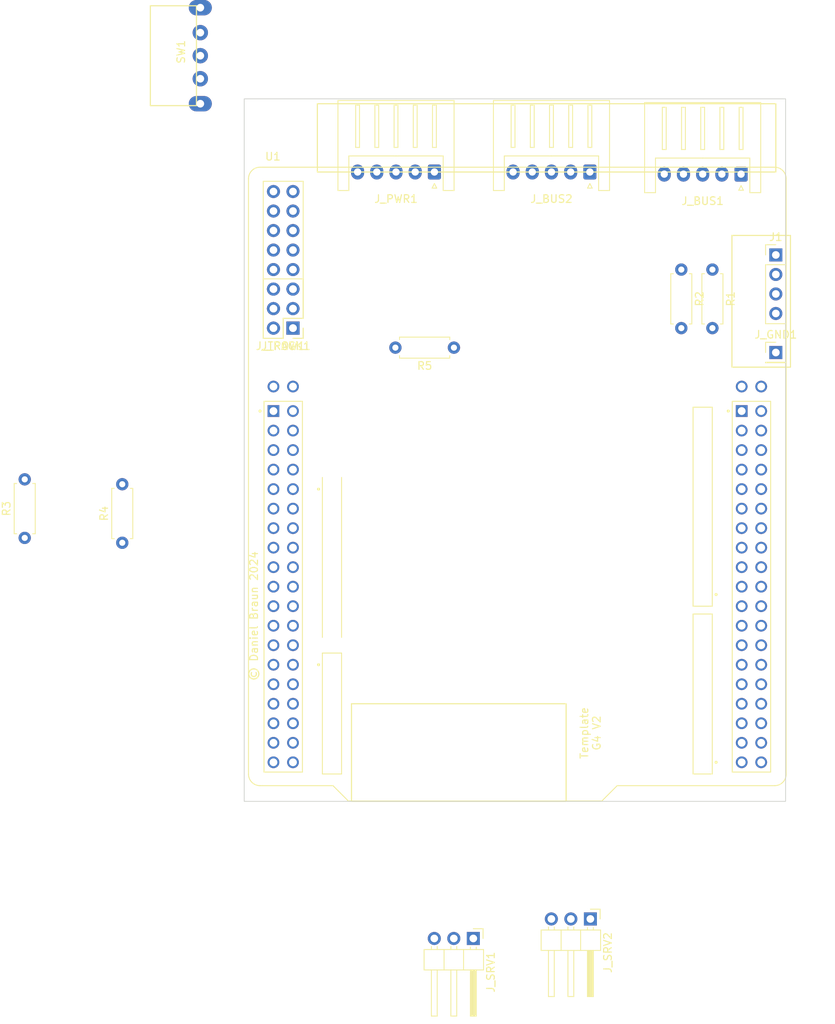
<source format=kicad_pcb>
(kicad_pcb (version 20221018) (generator pcbnew)
  (layers (0 "F.Cu" signal) (31 "B.Cu" signal) (34 "B.Paste" user) (35 "F.Paste" user) (36 "B.SilkS" user "B.Silkscreen") (37 "F.SilkS" user "F.Silkscreen") (38 "B.Mask" user) (39 "F.Mask" user) (44 "Edge.Cuts" user))
  (net 0 "")
  (net 1 "GND")
  (net 2 "5VCPU")
  (net 3 "3V3")
  (net 4 "12V")
  (net 5 "5V")
  (net 8 "I2C3_DTA")
  (net 9 "I2C1_DTA")
  (net 10 "CANH")
  (net 11 "CANL")
  (net 20 "T00A")
  (net 21 "T10A")
  (net 22 "T20A")
  (net 24 "T30A")
  (net 25 "C0A")
  (net 26 "C2A")
  (net 27 "C0B")
  (net 28 "C2B")
  (net 29 "C1A")
  (net 30 "C3A")
  (net 31 "C1B")
  (net 32 "C3B")
  (net 35 "5VCPU_IN")
  (net 36 "SPI3_SCK")
  (net 37 "SPI3_MOSI")
  (net 38 "SWDIO")
  (net 41 "SWDCLK")
  (net 43 "I2C1_SCL")
  (net 45 "I2C1_SDA")
  (net 46 "ADC2_IN1")
  (net 47 "ADC2_IN2")
  (net 52 "PWM_2_1")
  (net 54 "PWM_3_0")
  (net 56 "ADC2_IN8")
  (net 58 "ADC2_IN7")
  (net 59 "PWM_1_1")
  (net 60 "ADC2_IN6")
  (net 61 "I2C3_SDA")
  (net 62 "I2C3_SCL")
  (net 64 "PWM_2_0")
  (net 65 "LD2")
  (net 66 "CAN_TX")
  (net 69 "ADC2_IN3")
  (net 70 "CAN_RX")
  (net 71 "ADC2_IN4")
  (net 72 "TIM2_CH4")
  (net 73 "PWM_0_1")
  (net 77 "EECS")
  (net 78 "PWM_0_0")
  (net 79 "PWM_3_1")
  (net 80 "TIM2_CH3")
  (net 81 "SPI2_MOSI")
  (net 82 "SPI2_MISO")
  (net 84 "SPI2_SCK")
  (net 86 "SWO")
  (net 87 "PWM_1_0")
  (net 89 "ADC2_IN5")
  (net 95 "ASENSE")
  (net 96 "S_VALID")
  (net 97 "S_CLR")
  (net 98 "S_IN")
  (footprint "Connector_JST:JST_XH_S5B-XH-A_1x05_P2.50mm_Horizontal" (layer "F.Cu") (at 156.765 53.615 180)
    (fp_text reference "J_BUS1" (at 5 -3.5) (layer "F.SilkS"))
    (fp_text value "Conn_01x05_Female")
    (fp_line (start -2.56 -2.41) (end -1.14 -2.41) (stroke (width 0.12)) (layer "F.SilkS"))
    (fp_line (start -2.56 9.31) (end -2.56 -2.41) (stroke (width 0.12)) (layer "F.SilkS"))
    (fp_line (start -1.14 -2.41) (end -1.14 2.09) (stroke (width 0.12)) (layer "F.SilkS"))
    (fp_line (start -1.14 2.09) (end 5 2.09) (stroke (width 0.12)) (layer "F.SilkS"))
    (fp_line (start -0.3 -2.1) (end 0.3 -2.1) (stroke (width 0.12)) (layer "F.SilkS"))
    (fp_line (start -0.25 3.2) (end -0.25 8.7) (stroke (width 0.12)) (layer "F.SilkS"))
    (fp_line (start -0.25 8.7) (end 0.25 8.7) (stroke (width 0.12)) (layer "F.SilkS"))
    (fp_line (start 0 -1.5) (end -0.3 -2.1) (stroke (width 0.12)) (layer "F.SilkS"))
    (fp_line (start 0.25 3.2) (end -0.25 3.2) (stroke (width 0.12)) (layer "F.SilkS"))
    (fp_line (start 0.25 8.7) (end 0.25 3.2) (stroke (width 0.12)) (layer "F.SilkS"))
    (fp_line (start 0.3 -2.1) (end 0 -1.5) (stroke (width 0.12)) (layer "F.SilkS"))
    (fp_line (start 2.25 3.2) (end 2.25 8.7) (stroke (width 0.12)) (layer "F.SilkS"))
    (fp_line (start 2.25 8.7) (end 2.75 8.7) (stroke (width 0.12)) (layer "F.SilkS"))
    (fp_line (start 2.75 3.2) (end 2.25 3.2) (stroke (width 0.12)) (layer "F.SilkS"))
    (fp_line (start 2.75 8.7) (end 2.75 3.2) (stroke (width 0.12)) (layer "F.SilkS"))
    (fp_line (start 4.75 3.2) (end 4.75 8.7) (stroke (width 0.12)) (layer "F.SilkS"))
    (fp_line (start 4.75 8.7) (end 5.25 8.7) (stroke (width 0.12)) (layer "F.SilkS"))
    (fp_line (start 5 9.31) (end -2.56 9.31) (stroke (width 0.12)) (layer "F.SilkS"))
    (fp_line (start 5 9.31) (end 12.56 9.31) (stroke (width 0.12)) (layer "F.SilkS"))
    (fp_line (start 5.25 3.2) (end 4.75 3.2) (stroke (width 0.12)) (layer "F.SilkS"))
    (fp_line (start 5.25 8.7) (end 5.25 3.2) (stroke (width 0.12)) (layer "F.SilkS"))
    (fp_line (start 7.25 3.2) (end 7.25 8.7) (stroke (width 0.12)) (layer "F.SilkS"))
    (fp_line (start 7.25 8.7) (end 7.75 8.7) (stroke (width 0.12)) (layer "F.SilkS"))
    (fp_line (start 7.75 3.2) (end 7.25 3.2) (stroke (width 0.12)) (layer "F.SilkS"))
    (fp_line (start 7.75 8.7) (end 7.75 3.2) (stroke (width 0.12)) (layer "F.SilkS"))
    (fp_line (start 9.75 3.2) (end 9.75 8.7) (stroke (width 0.12)) (layer "F.SilkS"))
    (fp_line (start 9.75 8.7) (end 10.25 8.7) (stroke (width 0.12)) (layer "F.SilkS"))
    (fp_line (start 10.25 3.2) (end 9.75 3.2) (stroke (width 0.12)) (layer "F.SilkS"))
    (fp_line (start 10.25 8.7) (end 10.25 3.2) (stroke (width 0.12)) (layer "F.SilkS"))
    (fp_line (start 11.14 -2.41) (end 11.14 2.09) (stroke (width 0.12)) (layer "F.SilkS"))
    (fp_line (start 11.14 2.09) (end 5 2.09) (stroke (width 0.12)) (layer "F.SilkS"))
    (fp_line (start 12.56 -2.41) (end 11.14 -2.41) (stroke (width 0.12)) (layer "F.SilkS"))
    (fp_line (start 12.56 9.31) (end 12.56 -2.41) (stroke (width 0.12)) (layer "F.SilkS"))
    (pad "1" thru_hole roundrect (at 0 0 180) (size 1.7 1.95) (drill 0.95) (layers "*.Cu" "*.Mask") (roundrect_rratio 0.147059) (net 4 "12V"))
    (pad "2" thru_hole oval (at 2.5 0 180) (size 1.7 1.95) (drill 0.95) (layers "*.Cu" "*.Mask") (net 1 "GND"))
    (pad "3" thru_hole oval (at 5 0 180) (size 1.7 1.95) (drill 0.95) (layers "*.Cu" "*.Mask") (net 5 "5V"))
    (pad "4" thru_hole oval (at 7.5 0 180) (size 1.7 1.95) (drill 0.95) (layers "*.Cu" "*.Mask") (net 10 "CANH"))
    (pad "5" thru_hole oval (at 10 0 180) (size 1.7 1.95) (drill 0.95) (layers "*.Cu" "*.Mask") (net 11 "CANL"))
  )
  (footprint "Connector_PinHeader_2.54mm:PinHeader_1x03_P2.54mm_Horizontal" (layer "F.Cu") (at 137.145 150.565 -90)
    (fp_text reference "J_SRV2" (at 4.385 -2.27 90) (layer "F.SilkS"))
    (fp_text value "Conn_01x03_Male")
    (fp_line (start -1.27 -1.27) (end 0 -1.27) (stroke (width 0.12)) (layer "F.SilkS"))
    (fp_line (start -1.27 0) (end -1.27 -1.27) (stroke (width 0.12)) (layer "F.SilkS"))
    (fp_line (start 1.042929 2.16) (end 1.44 2.16) (stroke (width 0.12)) (layer "F.SilkS"))
    (fp_line (start 1.042929 2.92) (end 1.44 2.92) (stroke (width 0.12)) (layer "F.SilkS"))
    (fp_line (start 1.042929 4.7) (end 1.44 4.7) (stroke (width 0.12)) (layer "F.SilkS"))
    (fp_line (start 1.042929 5.46) (end 1.44 5.46) (stroke (width 0.12)) (layer "F.SilkS"))
    (fp_line (start 1.11 -0.38) (end 1.44 -0.38) (stroke (width 0.12)) (layer "F.SilkS"))
    (fp_line (start 1.11 0.38) (end 1.44 0.38) (stroke (width 0.12)) (layer "F.SilkS"))
    (fp_line (start 1.44 -1.33) (end 1.44 6.41) (stroke (width 0.12)) (layer "F.SilkS"))
    (fp_line (start 1.44 1.27) (end 4.1 1.27) (stroke (width 0.12)) (layer "F.SilkS"))
    (fp_line (start 1.44 3.81) (end 4.1 3.81) (stroke (width 0.12)) (layer "F.SilkS"))
    (fp_line (start 1.44 6.41) (end 4.1 6.41) (stroke (width 0.12)) (layer "F.SilkS"))
    (fp_line (start 4.1 -1.33) (end 1.44 -1.33) (stroke (width 0.12)) (layer "F.SilkS"))
    (fp_line (start 4.1 -0.38) (end 10.1 -0.38) (stroke (width 0.12)) (layer "F.SilkS"))
    (fp_line (start 4.1 -0.32) (end 10.1 -0.32) (stroke (width 0.12)) (layer "F.SilkS"))
    (fp_line (start 4.1 -0.2) (end 10.1 -0.2) (stroke (width 0.12)) (layer "F.SilkS"))
    (fp_line (start 4.1 -0.08) (end 10.1 -0.08) (stroke (width 0.12)) (layer "F.SilkS"))
    (fp_line (start 4.1 0.04) (end 10.1 0.04) (stroke (width 0.12)) (layer "F.SilkS"))
    (fp_line (start 4.1 0.16) (end 10.1 0.16) (stroke (width 0.12)) (layer "F.SilkS"))
    (fp_line (start 4.1 0.28) (end 10.1 0.28) (stroke (width 0.12)) (layer "F.SilkS"))
    (fp_line (start 4.1 2.16) (end 10.1 2.16) (stroke (width 0.12)) (layer "F.SilkS"))
    (fp_line (start 4.1 4.7) (end 10.1 4.7) (stroke (width 0.12)) (layer "F.SilkS"))
    (fp_line (start 4.1 6.41) (end 4.1 -1.33) (stroke (width 0.12)) (layer "F.SilkS"))
    (fp_line (start 10.1 -0.38) (end 10.1 0.38) (stroke (width 0.12)) (layer "F.SilkS"))
    (fp_line (start 10.1 0.38) (end 4.1 0.38) (stroke (width 0.12)) (layer "F.SilkS"))
    (fp_line (start 10.1 2.16) (end 10.1 2.92) (stroke (width 0.12)) (layer "F.SilkS"))
    (fp_line (start 10.1 2.92) (end 4.1 2.92) (stroke (width 0.12)) (layer "F.SilkS"))
    (fp_line (start 10.1 4.7) (end 10.1 5.46) (stroke (width 0.12)) (layer "F.SilkS"))
    (fp_line (start 10.1 5.46) (end 4.1 5.46) (stroke (width 0.12)) (layer "F.SilkS"))
    (pad "1" thru_hole rect (at 0 0 270) (size 1.7 1.7) (drill 1) (layers "*.Cu" "*.Mask"))
    (pad "2" thru_hole oval (at 0 2.54 270) (size 1.7 1.7) (drill 1) (layers "*.Cu" "*.Mask"))
    (pad "3" thru_hole oval (at 0 5.08 270) (size 1.7 1.7) (drill 1) (layers "*.Cu" "*.Mask"))
  )
  (footprint "Resistor_THT:R_Axial_DIN0207_L6.3mm_D2.5mm_P7.62mm_Horizontal" (layer "F.Cu") (at 63.5 100.965 90)
    (fp_text reference "R3" (at 3.81 -2.37 90) (layer "F.SilkS"))
    (fp_text value "4.4K")
    (fp_line (start 0.54 -1.37) (end 7.08 -1.37) (stroke (width 0.12)) (layer "F.SilkS"))
    (fp_line (start 0.54 -1.04) (end 0.54 -1.37) (stroke (width 0.12)) (layer "F.SilkS"))
    (fp_line (start 0.54 1.04) (end 0.54 1.37) (stroke (width 0.12)) (layer "F.SilkS"))
    (fp_line (start 0.54 1.37) (end 7.08 1.37) (stroke (width 0.12)) (layer "F.SilkS"))
    (fp_line (start 7.08 -1.37) (end 7.08 -1.04) (stroke (width 0.12)) (layer "F.SilkS"))
    (fp_line (start 7.08 1.37) (end 7.08 1.04) (stroke (width 0.12)) (layer "F.SilkS"))
    (pad "1" thru_hole circle (at 0 0 90) (size 1.6 1.6) (drill 0.8) (layers "*.Cu" "*.Mask") (net 9 "I2C1_DTA"))
    (pad "2" thru_hole oval (at 7.62 0 90) (size 1.6 1.6) (drill 0.8) (layers "*.Cu" "*.Mask") (net 3 "3V3"))
  )
  (footprint "G4Lib:MODULE_NUCLEO-G491RE20" (layer "F.Cu") (at 127.635 93.965)
    (fp_text reference "U1" (at -31.825 -42.635) (layer "F.SilkS"))
    (fp_text value "NUCLEO-G491RE")
    (fp_line (start -35 37.75) (end -35 -39.75) (stroke (width 0.127)) (layer "F.SilkS"))
    (fp_line (start -33.5 -41.25) (end 33.5 -41.25) (stroke (width 0.127)) (layer "F.SilkS"))
    (fp_line (start -32.98 -10.78) (end -32.98 37.48) (stroke (width 0.127)) (layer "F.SilkS"))
    (fp_line (start -32.98 37.48) (end -27.98 37.48) (stroke (width 0.127)) (layer "F.SilkS"))
    (fp_line (start -27.98 -10.78) (end -32.98 -10.78) (stroke (width 0.127)) (layer "F.SilkS"))
    (fp_line (start -27.98 37.48) (end -27.98 -10.78) (stroke (width 0.127)) (layer "F.SilkS"))
    (fp_line (start -25.38 -0.87) (end -25.38 19.95) (stroke (width 0.127)) (layer "F.SilkS"))
    (fp_line (start -25.38 21.99) (end -25.38 37.73) (stroke (width 0.127)) (layer "F.SilkS"))
    (fp_line (start -25.38 37.73) (end -22.88 37.73) (stroke (width 0.127)) (layer "F.SilkS"))
    (fp_line (start -24 39.25) (end -33.5 39.25) (stroke (width 0.127)) (layer "F.SilkS"))
    (fp_line (start -22.88 19.95) (end -22.88 -0.87) (stroke (width 0.127)) (layer "F.SilkS"))
    (fp_line (start -22.88 21.99) (end -25.38 21.99) (stroke (width 0.127)) (layer "F.SilkS"))
    (fp_line (start -22.88 37.73) (end -22.88 21.99) (stroke (width 0.127)) (layer "F.SilkS"))
    (fp_line (start -22 41.25) (end -24 39.25) (stroke (width 0.127)) (layer "F.SilkS"))
    (fp_line (start 11 41.25) (end -22 41.25) (stroke (width 0.127)) (layer "F.SilkS"))
    (fp_line (start 13 39.25) (end 11 41.25) (stroke (width 0.127)) (layer "F.SilkS"))
    (fp_line (start 22.88 -10.01) (end 22.88 15.89) (stroke (width 0.127)) (layer "F.SilkS"))
    (fp_line (start 22.88 15.89) (end 25.38 15.89) (stroke (width 0.127)) (layer "F.SilkS"))
    (fp_line (start 22.88 16.91) (end 22.88 37.73) (stroke (width 0.127)) (layer "F.SilkS"))
    (fp_line (start 22.88 37.73) (end 25.38 37.73) (stroke (width 0.127)) (layer "F.SilkS"))
    (fp_line (start 25.38 -10.01) (end 22.88 -10.01) (stroke (width 0.127)) (layer "F.SilkS"))
    (fp_line (start 25.38 15.89) (end 25.38 -10.01) (stroke (width 0.127)) (layer "F.SilkS"))
    (fp_line (start 25.38 16.91) (end 22.88 16.91) (stroke (width 0.127)) (layer "F.SilkS"))
    (fp_line (start 25.38 37.73) (end 25.38 16.91) (stroke (width 0.127)) (layer "F.SilkS"))
    (fp_line (start 27.98 -10.78) (end 27.98 37.48) (stroke (width 0.127)) (layer "F.SilkS"))
    (fp_line (start 27.98 37.48) (end 32.98 37.48) (stroke (width 0.127)) (layer "F.SilkS"))
    (fp_line (start 32.98 -10.78) (end 27.98 -10.78) (stroke (width 0.127)) (layer "F.SilkS"))
    (fp_line (start 32.98 37.48) (end 32.98 -10.78) (stroke (width 0.127)) (layer "F.SilkS"))
    (fp_line (start 33.5 39.25) (end 13 39.25) (stroke (width 0.127)) (layer "F.SilkS"))
    (fp_line (start 35 -39.75) (end 35 37.75) (stroke (width 0.127)) (layer "F.SilkS"))
    (fp_arc (start -35 -39.75) (mid -34.56066 -40.81066) (end -33.5 -41.25) (stroke (width 0.127)) (layer "F.SilkS"))
    (fp_arc (start -33.5 39.25) (mid -34.56066 38.81066) (end -35 37.75) (stroke (width 0.127)) (layer "F.SilkS"))
    (fp_arc (start 33.5 -41.25) (mid 34.56066 -40.81066) (end 35 -39.75) (stroke (width 0.127)) (layer "F.SilkS"))
    (fp_arc (start 35 37.75) (mid 34.56066 38.81066) (end 33.5 39.25) (stroke (width 0.127)) (layer "F.SilkS"))
    (fp_circle (center -33.5 -9.51) (end -33.4 -9.51) (stroke (width 0.2)) (fill none) (layer "F.SilkS"))
    (fp_circle (center -25.88 0.65) (end -25.78 0.65) (stroke (width 0.2)) (fill none) (layer "F.SilkS"))
    (fp_circle (center -25.88 23.51) (end -25.78 23.51) (stroke (width 0.2)) (fill none) (layer "F.SilkS"))
    (fp_circle (center 25.88 14.37) (end 25.98 14.37) (stroke (width 0.2)) (fill none) (layer "F.SilkS"))
    (fp_circle (center 25.88 36.21) (end 25.98 36.21) (stroke (width 0.2)) (fill none) (layer "F.SilkS"))
    (fp_circle (center 27.46 -9.51) (end 27.56 -9.51) (stroke (width 0.2)) (fill none) (layer "F.SilkS"))
    (pad "" np_thru_hole circle (at -24.13 -13.32) (size 3 3) (drill 3) (layers "*.Cu" "*.Mask"))
    (pad "" np_thru_hole circle (at 8.89 38.75) (size 3 3) (drill 3) (layers "*.Cu" "*.Mask"))
    (pad "" np_thru_hole circle (at 24.13 -12.05) (size 3 3) (drill 3) (layers "*.Cu" "*.Mask"))
    (pad "CN7_1" thru_hole rect (at -31.75 -9.51) (size 1.53 1.53) (drill 1.02) (layers "*.Cu" "*.Mask") (net 36 "SPI3_SCK"))
    (pad "CN7_2" thru_hole circle (at -29.21 -9.51) (size 1.53 1.53) (drill 1.02) (layers "*.Cu" "*.Mask") (net 96 "S_VALID"))
    (pad "CN7_3" thru_hole circle (at -31.75 -6.97) (size 1.53 1.53) (drill 1.02) (layers "*.Cu" "*.Mask") (net 37 "SPI3_MOSI"))
    (pad "CN7_4" thru_hole circle (at -29.21 -6.97) (size 1.53 1.53) (drill 1.02) (layers "*.Cu" "*.Mask") (net 97 "S_CLR"))
    (pad "CN7_5" thru_hole circle (at -31.75 -4.43) (size 1.53 1.53) (drill 1.02) (layers "*.Cu" "*.Mask") (net 3 "3V3"))
    (pad "CN7_6" thru_hole circle (at -29.21 -4.43) (size 1.53 1.53) (drill 1.02) (layers "*.Cu" "*.Mask") (net 35 "5VCPU_IN"))
    (pad "CN7_7" thru_hole circle (at -31.75 -1.89) (size 1.53 1.53) (drill 1.02) (layers "*.Cu" "*.Mask"))
    (pad "CN7_8" thru_hole circle (at -29.21 -1.89) (size 1.53 1.53) (drill 1.02) (layers "*.Cu" "*.Mask") (net 1 "GND"))
    (pad "CN7_9" thru_hole circle (at -31.75 0.65) (size 1.53 1.53) (drill 1.02) (layers "*.Cu" "*.Mask"))
    (pad "CN7_10" thru_hole circle (at -29.21 0.65) (size 1.53 1.53) (drill 1.02) (layers "*.Cu" "*.Mask"))
    (pad "CN7_11" thru_hole circle (at -31.75 3.19) (size 1.53 1.53) (drill 1.02) (layers "*.Cu" "*.Mask"))
    (pad "CN7_12" thru_hole circle (at -29.21 3.19) (size 1.53 1.53) (drill 1.02) (layers "*.Cu" "*.Mask"))
    (pad "CN7_13" thru_hole circle (at -31.75 5.73) (size 1.53 1.53) (drill 1.02) (layers "*.Cu" "*.Mask") (net 38 "SWDIO"))
    (pad "CN7_14" thru_hole circle (at -29.21 5.73) (size 1.53 1.53) (drill 1.02) (layers "*.Cu" "*.Mask"))
    (pad "CN7_15" thru_hole circle (at -31.75 8.27) (size 1.53 1.53) (drill 1.02) (layers "*.Cu" "*.Mask") (net 41 "SWDCLK"))
    (pad "CN7_16" thru_hole circle (at -29.21 8.27) (size 1.53 1.53) (drill 1.02) (layers "*.Cu" "*.Mask"))
    (pad "CN7_17" thru_hole circle (at -31.75 10.81) (size 1.53 1.53) (drill 1.02) (layers "*.Cu" "*.Mask") (net 43 "I2C1_SCL"))
    (pad "CN7_18" thru_hole circle (at -29.21 10.81) (size 1.53 1.53) (drill 1.02) (layers "*.Cu" "*.Mask") (net 2 "5VCPU"))
    (pad "CN7_19" thru_hole circle (at -31.75 13.35) (size 1.53 1.53) (drill 1.02) (layers "*.Cu" "*.Mask") (net 1 "GND"))
    (pad "CN7_20" thru_hole circle (at -29.21 13.35) (size 1.53 1.53) (drill 1.02) (layers "*.Cu" "*.Mask") (net 1 "GND"))
    (pad "CN7_21" thru_hole circle (at -31.75 15.89) (size 1.53 1.53) (drill 1.02) (layers "*.Cu" "*.Mask") (net 45 "I2C1_SDA"))
    (pad "CN7_22" thru_hole circle (at -29.21 15.89) (size 1.53 1.53) (drill 1.02) (layers "*.Cu" "*.Mask") (net 1 "GND"))
    (pad "CN7_23" thru_hole circle (at -31.75 18.43) (size 1.53 1.53) (drill 1.02) (layers "*.Cu" "*.Mask"))
    (pad "CN7_24" thru_hole circle (at -29.21 18.43) (size 1.53 1.53) (drill 1.02) (layers "*.Cu" "*.Mask"))
    (pad "CN7_25" thru_hole circle (at -31.75 20.97) (size 1.53 1.53) (drill 1.02) (layers "*.Cu" "*.Mask"))
    (pad "CN7_26" thru_hole circle (at -29.21 20.97) (size 1.53 1.53) (drill 1.02) (layers "*.Cu" "*.Mask"))
    (pad "CN7_27" thru_hole circle (at -31.75 23.51) (size 1.53 1.53) (drill 1.02) (layers "*.Cu" "*.Mask"))
    (pad "CN7_28" thru_hole circle (at -29.21 23.51) (size 1.53 1.53) (drill 1.02) (layers "*.Cu" "*.Mask") (net 46 "ADC2_IN1"))
    (pad "CN7_29" thru_hole circle (at -31.75 26.05) (size 1.53 1.53) (drill 1.02) (layers "*.Cu" "*.Mask"))
    (pad "CN7_30" thru_hole circle (at -29.21 26.05) (size 1.53 1.53) (drill 1.02) (layers "*.Cu" "*.Mask") (net 47 "ADC2_IN2"))
    (pad "CN7_31" thru_hole circle (at -31.75 28.59) (size 1.53 1.53) (drill 1.02) (layers "*.Cu" "*.Mask"))
    (pad "CN7_32" thru_hole circle (at -29.21 28.59) (size 1.53 1.53) (drill 1.02) (layers "*.Cu" "*.Mask") (net 52 "PWM_2_1"))
    (pad "CN7_33" thru_hole circle (at -31.75 31.13) (size 1.53 1.53) (drill 1.02) (layers "*.Cu" "*.Mask"))
    (pad "CN7_34" thru_hole circle (at -29.21 31.13) (size 1.53 1.53) (drill 1.02) (layers "*.Cu" "*.Mask") (net 54 "PWM_3_0"))
    (pad "CN7_35" thru_hole circle (at -31.75 33.67) (size 1.53 1.53) (drill 1.02) (layers "*.Cu" "*.Mask") (net 56 "ADC2_IN8"))
    (pad "CN7_36" thru_hole circle (at -29.21 33.67) (size 1.53 1.53) (drill 1.02) (layers "*.Cu" "*.Mask") (net 58 "ADC2_IN7"))
    (pad "CN7_37" thru_hole circle (at -31.75 36.21) (size 1.53 1.53) (drill 1.02) (layers "*.Cu" "*.Mask") (net 59 "PWM_1_1"))
    (pad "CN7_38" thru_hole circle (at -29.21 36.21) (size 1.53 1.53) (drill 1.02) (layers "*.Cu" "*.Mask") (net 60 "ADC2_IN6"))
    (pad "CN10_1" thru_hole rect (at 29.21 -9.51) (size 1.53 1.53) (drill 1.02) (layers "*.Cu" "*.Mask") (net 61 "I2C3_SDA"))
    (pad "CN10_2" thru_hole circle (at 31.75 -9.51) (size 1.53 1.53) (drill 1.02) (layers "*.Cu" "*.Mask") (net 62 "I2C3_SCL"))
    (pad "CN10_3" thru_hole circle (at 29.21 -6.97) (size 1.53 1.53) (drill 1.02) (layers "*.Cu" "*.Mask"))
    (pad "CN10_4" thru_hole circle (at 31.75 -6.97) (size 1.53 1.53) (drill 1.02) (layers "*.Cu" "*.Mask") (net 64 "PWM_2_0"))
    (pad "CN10_5" thru_hole circle (at 29.21 -4.43) (size 1.53 1.53) (drill 1.02) (layers "*.Cu" "*.Mask") (net 98 "S_IN"))
    (pad "CN10_6" thru_hole circle (at 31.75 -4.43) (size 1.53 1.53) (drill 1.02) (layers "*.Cu" "*.Mask") (net 95 "ASENSE"))
    (pad "CN10_7" thru_hole circle (at 29.21 -1.89) (size 1.53 1.53) (drill 1.02) (layers "*.Cu" "*.Mask"))
    (pad "CN10_8" thru_hole circle (at 31.75 -1.89) (size 1.53 1.53) (drill 1.02) (layers "*.Cu" "*.Mask"))
    (pad "CN10_9" thru_hole circle (at 29.21 0.65) (size 1.53 1.53) (drill 1.02) (layers "*.Cu" "*.Mask") (net 1 "GND"))
    (pad "CN10_10" thru_hole circle (at 31.75 0.65) (size 1.53 1.53) (drill 1.02) (layers "*.Cu" "*.Mask"))
    (pad "CN10_11" thru_hole circle (at 29.21 3.19) (size 1.53 1.53) (drill 1.02) (layers "*.Cu" "*.Mask") (net 65 "LD2"))
    (pad "CN10_12" thru_hole circle (at 31.75 3.19) (size 1.53 1.53) (drill 1.02) (layers "*.Cu" "*.Mask") (net 66 "CAN_TX"))
    (pad "CN10_13" thru_hole circle (at 29.21 5.73) (size 1.53 1.53) (drill 1.02) (layers "*.Cu" "*.Mask") (net 69 "ADC2_IN3"))
    (pad "CN10_14" thru_hole circle (at 31.75 5.73) (size 1.53 1.53) (drill 1.02) (layers "*.Cu" "*.Mask") (net 70 "CAN_RX"))
    (pad "CN10_15" thru_hole circle (at 29.21 8.27) (size 1.53 1.53) (drill 1.02) (layers "*.Cu" "*.Mask") (net 71 "ADC2_IN4"))
    (pad "CN10_16" thru_hole circle (at 31.75 8.27) (size 1.53 1.53) (drill 1.02) (layers "*.Cu" "*.Mask"))
    (pad "CN10_17" thru_hole circle (at 29.21 10.81) (size 1.53 1.53) (drill 1.02) (layers "*.Cu" "*.Mask"))
    (pad "CN10_18" thru_hole circle (at 31.75 10.81) (size 1.53 1.53) (drill 1.02) (layers "*.Cu" "*.Mask") (net 72 "TIM2_CH4"))
    (pad "CN10_19" thru_hole circle (at 29.21 13.35) (size 1.53 1.53) (drill 1.02) (layers "*.Cu" "*.Mask"))
    (pad "CN10_20" thru_hole circle (at 31.75 13.35) (size 1.53 1.53) (drill 1.02) (layers "*.Cu" "*.Mask") (net 1 "GND"))
    (pad "CN10_21" thru_hole circle (at 29.21 15.89) (size 1.53 1.53) (drill 1.02) (layers "*.Cu" "*.Mask") (net 73 "PWM_0_1"))
    (pad "CN10_22" thru_hole circle (at 31.75 15.89) (size 1.53 1.53) (drill 1.02) (layers "*.Cu" "*.Mask") (net 77 "EECS"))
    (pad "CN10_23" thru_hole circle (at 29.21 18.43) (size 1.53 1.53) (drill 1.02) (layers "*.Cu" "*.Mask") (net 78 "PWM_0_0"))
    (pad "CN10_24" thru_hole circle (at 31.75 18.43) (size 1.53 1.53) (drill 1.02) (layers "*.Cu" "*.Mask") (net 79 "PWM_3_1"))
    (pad "CN10_25" thru_hole circle (at 29.21 20.97) (size 1.53 1.53) (drill 1.02) (layers "*.Cu" "*.Mask") (net 80 "TIM2_CH3"))
    (pad "CN10_26" thru_hole circle (at 31.75 20.97) (size 1.53 1.53) (drill 1.02) (layers "*.Cu" "*.Mask") (net 81 "SPI2_MOSI"))
    (pad "CN10_27" thru_hole circle (at 29.21 23.51) (size 1.53 1.53) (drill 1.02) (layers "*.Cu" "*.Mask"))
    (pad "CN10_28" thru_hole circle (at 31.75 23.51) (size 1.53 1.53) (drill 1.02) (layers "*.Cu" "*.Mask") (net 82 "SPI2_MISO"))
    (pad "CN10_29" thru_hole circle (at 29.21 26.05) (size 1.53 1.53) (drill 1.02) (layers "*.Cu" "*.Mask"))
    (pad "CN10_30" thru_hole circle (at 31.75 26.05) (size 1.53 1.53) (drill 1.02) (layers "*.Cu" "*.Mask") (net 84 "SPI2_SCK"))
    (pad "CN10_31" thru_hole circle (at 29.21 28.59) (size 1.53 1.53) (drill 1.02) (layers "*.Cu" "*.Mask") (net 86 "SWO"))
    (pad "CN10_32" thru_hole circle (at 31.75 28.59) (size 1.53 1.53) (drill 1.02) (layers "*.Cu" "*.Mask"))
    (pad "CN10_33" thru_hole circle (at 29.21 31.13) (size 1.53 1.53) (drill 1.02) (layers "*.Cu" "*.Mask") (net 87 "PWM_1_0"))
    (pad "CN10_34" thru_hole circle (at 31.75 31.13) (size 1.53 1.53) (drill 1.02) (layers "*.Cu" "*.Mask") (net 89 "ADC2_IN5"))
    (pad "CN10_35" thru_hole circle (at 29.21 33.67) (size 1.53 1.53) (drill 1.02) (layers "*.Cu" "*.Mask"))
    (pad "CN10_36" thru_hole circle (at 31.75 33.67) (size 1.53 1.53) (drill 1.02) (layers "*.Cu" "*.Mask"))
    (pad "CN10_37" thru_hole circle (at 29.21 36.21) (size 1.53 1.53) (drill 1.02) (layers "*.Cu" "*.Mask"))
    (pad "CN10_38" thru_hole circle (at 31.75 36.21) (size 1.53 1.53) (drill 1.02) (layers "*.Cu" "*.Mask"))
    (pad "SER0" thru_hole circle (at -31.75 -12.7) (size 1.53 1.53) (drill 1.02) (layers "*.Cu" "*.Mask"))
    (pad "SER1" thru_hole circle (at -29.21 -12.7) (size 1.53 1.53) (drill 1.02) (layers "*.Cu" "*.Mask"))
    (pad "SER2" thru_hole circle (at 29.21 -12.7) (size 1.53 1.53) (drill 1.02) (layers "*.Cu" "*.Mask"))
    (pad "SER3" thru_hole circle (at 31.75 -12.7) (size 1.53 1.53) (drill 1.02) (layers "*.Cu" "*.Mask") (net 98 "S_IN"))
  )
  (footprint "Resistor_THT:R_Axial_DIN0207_L6.3mm_D2.5mm_P7.62mm_Horizontal" (layer "F.Cu") (at 119.38 76.2 180)
    (fp_text reference "R5" (at 3.81 -2.37) (layer "F.SilkS"))
    (fp_text value "20K")
    (fp_line (start 0.54 -1.37) (end 7.08 -1.37) (stroke (width 0.12)) (layer "F.SilkS"))
    (fp_line (start 0.54 -1.04) (end 0.54 -1.37) (stroke (width 0.12)) (layer "F.SilkS"))
    (fp_line (start 0.54 1.04) (end 0.54 1.37) (stroke (width 0.12)) (layer "F.SilkS"))
    (fp_line (start 0.54 1.37) (end 7.08 1.37) (stroke (width 0.12)) (layer "F.SilkS"))
    (fp_line (start 7.08 -1.37) (end 7.08 -1.04) (stroke (width 0.12)) (layer "F.SilkS"))
    (fp_line (start 7.08 1.37) (end 7.08 1.04) (stroke (width 0.12)) (layer "F.SilkS"))
    (pad "1" thru_hole circle (at 0 0 180) (size 1.6 1.6) (drill 0.8) (layers "*.Cu" "*.Mask") (net 1 "GND"))
    (pad "2" thru_hole oval (at 7.62 0 180) (size 1.6 1.6) (drill 0.8) (layers "*.Cu" "*.Mask") (net 95 "ASENSE"))
  )
  (footprint "Connector_JST:JST_XH_S5B-XH-A_1x05_P2.50mm_Horizontal" (layer "F.Cu") (at 116.84 53.34 180)
    (fp_text reference "J_PWR1" (at 5 -3.5) (layer "F.SilkS"))
    (fp_text value "Conn_01x05_Female")
    (fp_line (start -2.56 -2.41) (end -1.14 -2.41) (stroke (width 0.12)) (layer "F.SilkS"))
    (fp_line (start -2.56 9.31) (end -2.56 -2.41) (stroke (width 0.12)) (layer "F.SilkS"))
    (fp_line (start -1.14 -2.41) (end -1.14 2.09) (stroke (width 0.12)) (layer "F.SilkS"))
    (fp_line (start -1.14 2.09) (end 5 2.09) (stroke (width 0.12)) (layer "F.SilkS"))
    (fp_line (start -0.3 -2.1) (end 0.3 -2.1) (stroke (width 0.12)) (layer "F.SilkS"))
    (fp_line (start -0.25 3.2) (end -0.25 8.7) (stroke (width 0.12)) (layer "F.SilkS"))
    (fp_line (start -0.25 8.7) (end 0.25 8.7) (stroke (width 0.12)) (layer "F.SilkS"))
    (fp_line (start 0 -1.5) (end -0.3 -2.1) (stroke (width 0.12)) (layer "F.SilkS"))
    (fp_line (start 0.25 3.2) (end -0.25 3.2) (stroke (width 0.12)) (layer "F.SilkS"))
    (fp_line (start 0.25 8.7) (end 0.25 3.2) (stroke (width 0.12)) (layer "F.SilkS"))
    (fp_line (start 0.3 -2.1) (end 0 -1.5) (stroke (width 0.12)) (layer "F.SilkS"))
    (fp_line (start 2.25 3.2) (end 2.25 8.7) (stroke (width 0.12)) (layer "F.SilkS"))
    (fp_line (start 2.25 8.7) (end 2.75 8.7) (stroke (width 0.12)) (layer "F.SilkS"))
    (fp_line (start 2.75 3.2) (end 2.25 3.2) (stroke (width 0.12)) (layer "F.SilkS"))
    (fp_line (start 2.75 8.7) (end 2.75 3.2) (stroke (width 0.12)) (layer "F.SilkS"))
    (fp_line (start 4.75 3.2) (end 4.75 8.7) (stroke (width 0.12)) (layer "F.SilkS"))
    (fp_line (start 4.75 8.7) (end 5.25 8.7) (stroke (width 0.12)) (layer "F.SilkS"))
    (fp_line (start 5 9.31) (end -2.56 9.31) (stroke (width 0.12)) (layer "F.SilkS"))
    (fp_line (start 5 9.31) (end 12.56 9.31) (stroke (width 0.12)) (layer "F.SilkS"))
    (fp_line (start 5.25 3.2) (end 4.75 3.2) (stroke (width 0.12)) (layer "F.SilkS"))
    (fp_line (start 5.25 8.7) (end 5.25 3.2) (stroke (width 0.12)) (layer "F.SilkS"))
    (fp_line (start 7.25 3.2) (end 7.25 8.7) (stroke (width 0.12)) (layer "F.SilkS"))
    (fp_line (start 7.25 8.7) (end 7.75 8.7) (stroke (width 0.12)) (layer "F.SilkS"))
    (fp_line (start 7.75 3.2) (end 7.25 3.2) (stroke (width 0.12)) (layer "F.SilkS"))
    (fp_line (start 7.75 8.7) (end 7.75 3.2) (stroke (width 0.12)) (layer "F.SilkS"))
    (fp_line (start 9.75 3.2) (end 9.75 8.7) (stroke (width 0.12)) (layer "F.SilkS"))
    (fp_line (start 9.75 8.7) (end 10.25 8.7) (stroke (width 0.12)) (layer "F.SilkS"))
    (fp_line (start 10.25 3.2) (end 9.75 3.2) (stroke (width 0.12)) (layer "F.SilkS"))
    (fp_line (start 10.25 8.7) (end 10.25 3.2) (stroke (width 0.12)) (layer "F.SilkS"))
    (fp_line (start 11.14 -2.41) (end 11.14 2.09) (stroke (width 0.12)) (layer "F.SilkS"))
    (fp_line (start 11.14 2.09) (end 5 2.09) (stroke (width 0.12)) (layer "F.SilkS"))
    (fp_line (start 12.56 -2.41) (end 11.14 -2.41) (stroke (width 0.12)) (layer "F.SilkS"))
    (fp_line (start 12.56 9.31) (end 12.56 -2.41) (stroke (width 0.12)) (layer "F.SilkS"))
    (pad "1" thru_hole roundrect (at 0 0 180) (size 1.7 1.95) (drill 0.95) (layers "*.Cu" "*.Mask") (roundrect_rratio 0.147059) (net 4 "12V"))
    (pad "2" thru_hole oval (at 2.5 0 180) (size 1.7 1.95) (drill 0.95) (layers "*.Cu" "*.Mask") (net 1 "GND"))
    (pad "3" thru_hole oval (at 5 0 180) (size 1.7 1.95) (drill 0.95) (layers "*.Cu" "*.Mask") (net 5 "5V"))
    (pad "4" thru_hole oval (at 7.5 0 180) (size 1.7 1.95) (drill 0.95) (layers "*.Cu" "*.Mask"))
    (pad "5" thru_hole oval (at 10 0 180) (size 1.7 1.95) (drill 0.95) (layers "*.Cu" "*.Mask"))
  )
  (footprint "Connector_PinHeader_2.54mm:PinHeader_1x04_P2.54mm_Vertical" (layer "F.Cu") (at 161.29 64.135)
    (fp_text reference "J1" (at 0 -2.33) (layer "F.SilkS"))
    (fp_text value "Conn_01x04_Female")
    (fp_line (start -1.33 -1.33) (end 0 -1.33) (stroke (width 0.12)) (layer "F.SilkS"))
    (fp_line (start -1.33 0) (end -1.33 -1.33) (stroke (width 0.12)) (layer "F.SilkS"))
    (fp_line (start -1.33 1.27) (end -1.33 8.95) (stroke (width 0.12)) (layer "F.SilkS"))
    (fp_line (start -1.33 1.27) (end 1.33 1.27) (stroke (width 0.12)) (layer "F.SilkS"))
    (fp_line (start -1.33 8.95) (end 1.33 8.95) (stroke (width 0.12)) (layer "F.SilkS"))
    (fp_line (start 1.33 1.27) (end 1.33 8.95) (stroke (width 0.12)) (layer "F.SilkS"))
    (pad "1" thru_hole rect (at 0 0) (size 1.7 1.7) (drill 1) (layers "*.Cu" "*.Mask") (net 8 "I2C3_DTA"))
    (pad "2" thru_hole oval (at 0 2.54) (size 1.7 1.7) (drill 1) (layers "*.Cu" "*.Mask") (net 62 "I2C3_SCL"))
    (pad "3" thru_hole oval (at 0 5.08) (size 1.7 1.7) (drill 1) (layers "*.Cu" "*.Mask") (net 3 "3V3"))
    (pad "4" thru_hole oval (at 0 7.62) (size 1.7 1.7) (drill 1) (layers "*.Cu" "*.Mask") (net 1 "GND"))
  )
  (footprint "Resistor_THT:R_Axial_DIN0207_L6.3mm_D2.5mm_P7.62mm_Horizontal" (layer "F.Cu") (at 153.035 66.04 -90)
    (fp_text reference "R1" (at 3.81 -2.37 90) (layer "F.SilkS"))
    (fp_text value "4.4K")
    (fp_line (start 0.54 -1.37) (end 7.08 -1.37) (stroke (width 0.12)) (layer "F.SilkS"))
    (fp_line (start 0.54 -1.04) (end 0.54 -1.37) (stroke (width 0.12)) (layer "F.SilkS"))
    (fp_line (start 0.54 1.04) (end 0.54 1.37) (stroke (width 0.12)) (layer "F.SilkS"))
    (fp_line (start 0.54 1.37) (end 7.08 1.37) (stroke (width 0.12)) (layer "F.SilkS"))
    (fp_line (start 7.08 -1.37) (end 7.08 -1.04) (stroke (width 0.12)) (layer "F.SilkS"))
    (fp_line (start 7.08 1.37) (end 7.08 1.04) (stroke (width 0.12)) (layer "F.SilkS"))
    (pad "1" thru_hole circle (at 0 0 270) (size 1.6 1.6) (drill 0.8) (layers "*.Cu" "*.Mask") (net 8 "I2C3_DTA"))
    (pad "2" thru_hole oval (at 7.62 0 270) (size 1.6 1.6) (drill 0.8) (layers "*.Cu" "*.Mask") (net 3 "3V3"))
  )
  (footprint "G4Lib:Switch-SS12F23" (layer "F.Cu") (at 86.36 38.2 90)
    (fp_text reference "SW1" (at 0.5 -2.5 90) (layer "F.SilkS"))
    (fp_text value "SW_SPDT" hide)
    (fp_line (start -6.5 -6.5) (end -6.5 -0.5) (stroke (width 0.15)) (layer "F.SilkS"))
    (fp_line (start -6.5 -0.5) (end 6.5 -0.5) (stroke (width 0.15)) (layer "F.SilkS"))
    (fp_line (start 6.5 -6.5) (end -6.5 -6.5) (stroke (width 0.15)) (layer "F.SilkS"))
    (fp_line (start 6.5 -0.5) (end 6.5 -6.5) (stroke (width 0.15)) (layer "F.SilkS"))
    (pad "" thru_hole oval (at -6.25 0 90) (size 2 3) (drill 1) (layers "*.Cu" "*.Mask"))
    (pad "" thru_hole oval (at 6.25 0 90) (size 2 3) (drill 1) (layers "*.Cu" "*.Mask"))
    (pad "1" thru_hole circle (at -3 0 90) (size 2 2) (drill 1) (layers "*.Cu" "*.Mask"))
    (pad "2" thru_hole circle (at 0 0 90) (size 2 2) (drill 1) (layers "*.Cu" "*.Mask") (net 5 "5V"))
    (pad "3" thru_hole circle (at 3 0 90) (size 2 2) (drill 1) (layers "*.Cu" "*.Mask") (net 35 "5VCPU_IN"))
  )
  (footprint "Resistor_THT:R_Axial_DIN0207_L6.3mm_D2.5mm_P7.62mm_Horizontal" (layer "F.Cu") (at 148.985 66.04 -90)
    (fp_text reference "R2" (at 3.81 -2.37 90) (layer "F.SilkS"))
    (fp_text value "4.4K")
    (fp_line (start 0.54 -1.37) (end 7.08 -1.37) (stroke (width 0.12)) (layer "F.SilkS"))
    (fp_line (start 0.54 -1.04) (end 0.54 -1.37) (stroke (width 0.12)) (layer "F.SilkS"))
    (fp_line (start 0.54 1.04) (end 0.54 1.37) (stroke (width 0.12)) (layer "F.SilkS"))
    (fp_line (start 0.54 1.37) (end 7.08 1.37) (stroke (width 0.12)) (layer "F.SilkS"))
    (fp_line (start 7.08 -1.37) (end 7.08 -1.04) (stroke (width 0.12)) (layer "F.SilkS"))
    (fp_line (start 7.08 1.37) (end 7.08 1.04) (stroke (width 0.12)) (layer "F.SilkS"))
    (pad "1" thru_hole circle (at 0 0 270) (size 1.6 1.6) (drill 0.8) (layers "*.Cu" "*.Mask") (net 62 "I2C3_SCL"))
    (pad "2" thru_hole oval (at 7.62 0 270) (size 1.6 1.6) (drill 0.8) (layers "*.Cu" "*.Mask") (net 3 "3V3"))
  )
  (footprint "Resistor_THT:R_Axial_DIN0207_L6.3mm_D2.5mm_P7.62mm_Horizontal" (layer "F.Cu") (at 76.2 101.6 90)
    (fp_text reference "R4" (at 3.81 -2.37 90) (layer "F.SilkS"))
    (fp_text value "4.4K")
    (fp_line (start 0.54 -1.37) (end 7.08 -1.37) (stroke (width 0.12)) (layer "F.SilkS"))
    (fp_line (start 0.54 -1.04) (end 0.54 -1.37) (stroke (width 0.12)) (layer "F.SilkS"))
    (fp_line (start 0.54 1.04) (end 0.54 1.37) (stroke (width 0.12)) (layer "F.SilkS"))
    (fp_line (start 0.54 1.37) (end 7.08 1.37) (stroke (width 0.12)) (layer "F.SilkS"))
    (fp_line (start 7.08 -1.37) (end 7.08 -1.04) (stroke (width 0.12)) (layer "F.SilkS"))
    (fp_line (start 7.08 1.37) (end 7.08 1.04) (stroke (width 0.12)) (layer "F.SilkS"))
    (pad "1" thru_hole circle (at 0 0 90) (size 1.6 1.6) (drill 0.8) (layers "*.Cu" "*.Mask") (net 43 "I2C1_SCL"))
    (pad "2" thru_hole oval (at 7.62 0 90) (size 1.6 1.6) (drill 0.8) (layers "*.Cu" "*.Mask") (net 3 "3V3"))
  )
  (footprint "Connector_PinHeader_2.54mm:PinHeader_2x03_P2.54mm_Vertical" (layer "F.Cu") (at 98.425 73.66 180)
    (fp_text reference "J_POW1" (at 1.27 -2.33) (layer "F.SilkS"))
    (fp_text value "Conn_02x03_Odd_Even")
    (fp_line (start -1.33 -1.33) (end 0 -1.33) (stroke (width 0.12)) (layer "F.SilkS"))
    (fp_line (start -1.33 0) (end -1.33 -1.33) (stroke (width 0.12)) (layer "F.SilkS"))
    (fp_line (start -1.33 1.27) (end -1.33 6.41) (stroke (width 0.12)) (layer "F.SilkS"))
    (fp_line (start -1.33 1.27) (end 1.27 1.27) (stroke (width 0.12)) (layer "F.SilkS"))
    (fp_line (start -1.33 6.41) (end 3.87 6.41) (stroke (width 0.12)) (layer "F.SilkS"))
    (fp_line (start 1.27 -1.33) (end 3.87 -1.33) (stroke (width 0.12)) (layer "F.SilkS"))
    (fp_line (start 1.27 1.27) (end 1.27 -1.33) (stroke (width 0.12)) (layer "F.SilkS"))
    (fp_line (start 3.87 -1.33) (end 3.87 6.41) (stroke (width 0.12)) (layer "F.SilkS"))
    (pad "1" thru_hole rect (at 0 0 180) (size 1.7 1.7) (drill 1) (layers "*.Cu" "*.Mask") (net 5 "5V"))
    (pad "2" thru_hole oval (at 2.54 0 180) (size 1.7 1.7) (drill 1) (layers "*.Cu" "*.Mask"))
    (pad "3" thru_hole oval (at 0 2.54 180) (size 1.7 1.7) (drill 1) (layers "*.Cu" "*.Mask") (net 1 "GND"))
    (pad "4" thru_hole oval (at 2.54 2.54 180) (size 1.7 1.7) (drill 1) (layers "*.Cu" "*.Mask"))
    (pad "5" thru_hole oval (at 0 5.08 180) (size 1.7 1.7) (drill 1) (layers "*.Cu" "*.Mask") (net 4 "12V"))
    (pad "6" thru_hole oval (at 2.54 5.08 180) (size 1.7 1.7) (drill 1) (layers "*.Cu" "*.Mask"))
  )
  (footprint "Connector_PinHeader_2.54mm:PinHeader_1x03_P2.54mm_Horizontal" (layer "F.Cu") (at 121.905 153.105 -90)
    (fp_text reference "J_SRV1" (at 4.385 -2.27 90) (layer "F.SilkS"))
    (fp_text value "Conn_01x03_Male")
    (fp_line (start -1.27 -1.27) (end 0 -1.27) (stroke (width 0.12)) (layer "F.SilkS"))
    (fp_line (start -1.27 0) (end -1.27 -1.27) (stroke (width 0.12)) (layer "F.SilkS"))
    (fp_line (start 1.042929 2.16) (end 1.44 2.16) (stroke (width 0.12)) (layer "F.SilkS"))
    (fp_line (start 1.042929 2.92) (end 1.44 2.92) (stroke (width 0.12)) (layer "F.SilkS"))
    (fp_line (start 1.042929 4.7) (end 1.44 4.7) (stroke (width 0.12)) (layer "F.SilkS"))
    (fp_line (start 1.042929 5.46) (end 1.44 5.46) (stroke (width 0.12)) (layer "F.SilkS"))
    (fp_line (start 1.11 -0.38) (end 1.44 -0.38) (stroke (width 0.12)) (layer "F.SilkS"))
    (fp_line (start 1.11 0.38) (end 1.44 0.38) (stroke (width 0.12)) (layer "F.SilkS"))
    (fp_line (start 1.44 -1.33) (end 1.44 6.41) (stroke (width 0.12)) (layer "F.SilkS"))
    (fp_line (start 1.44 1.27) (end 4.1 1.27) (stroke (width 0.12)) (layer "F.SilkS"))
    (fp_line (start 1.44 3.81) (end 4.1 3.81) (stroke (width 0.12)) (layer "F.SilkS"))
    (fp_line (start 1.44 6.41) (end 4.1 6.41) (stroke (width 0.12)) (layer "F.SilkS"))
    (fp_line (start 4.1 -1.33) (end 1.44 -1.33) (stroke (width 0.12)) (layer "F.SilkS"))
    (fp_line (start 4.1 -0.38) (end 10.1 -0.38) (stroke (width 0.12)) (layer "F.SilkS"))
    (fp_line (start 4.1 -0.32) (end 10.1 -0.32) (stroke (width 0.12)) (layer "F.SilkS"))
    (fp_line (start 4.1 -0.2) (end 10.1 -0.2) (stroke (width 0.12)) (layer "F.SilkS"))
    (fp_line (start 4.1 -0.08) (end 10.1 -0.08) (stroke (width 0.12)) (layer "F.SilkS"))
    (fp_line (start 4.1 0.04) (end 10.1 0.04) (stroke (width 0.12)) (layer "F.SilkS"))
    (fp_line (start 4.1 0.16) (end 10.1 0.16) (stroke (width 0.12)) (layer "F.SilkS"))
    (fp_line (start 4.1 0.28) (end 10.1 0.28) (stroke (width 0.12)) (layer "F.SilkS"))
    (fp_line (start 4.1 2.16) (end 10.1 2.16) (stroke (width 0.12)) (layer "F.SilkS"))
    (fp_line (start 4.1 4.7) (end 10.1 4.7) (stroke (width 0.12)) (layer "F.SilkS"))
    (fp_line (start 4.1 6.41) (end 4.1 -1.33) (stroke (width 0.12)) (layer "F.SilkS"))
    (fp_line (start 10.1 -0.38) (end 10.1 0.38) (stroke (width 0.12)) (layer "F.SilkS"))
    (fp_line (start 10.1 0.38) (end 4.1 0.38) (stroke (width 0.12)) (layer "F.SilkS"))
    (fp_line (start 10.1 2.16) (end 10.1 2.92) (stroke (width 0.12)) (layer "F.SilkS"))
    (fp_line (start 10.1 2.92) (end 4.1 2.92) (stroke (width 0.12)) (layer "F.SilkS"))
    (fp_line (start 10.1 4.7) (end 10.1 5.46) (stroke (width 0.12)) (layer "F.SilkS"))
    (fp_line (start 10.1 5.46) (end 4.1 5.46) (stroke (width 0.12)) (layer "F.SilkS"))
    (pad "1" thru_hole rect (at 0 0 270) (size 1.7 1.7) (drill 1) (layers "*.Cu" "*.Mask"))
    (pad "2" thru_hole oval (at 0 2.54 270) (size 1.7 1.7) (drill 1) (layers "*.Cu" "*.Mask"))
    (pad "3" thru_hole oval (at 0 5.08 270) (size 1.7 1.7) (drill 1) (layers "*.Cu" "*.Mask"))
  )
  (footprint "Connector_PinHeader_2.54mm:PinHeader_2x08_P2.54mm_Vertical" (layer "F.Cu") (at 98.425 73.66 180)
    (fp_text reference "J_TRACK1" (at 1.27 -2.33) (layer "F.SilkS"))
    (fp_text value "Conn_02x08_Odd_Even")
    (fp_line (start -1.33 -1.33) (end 0 -1.33) (stroke (width 0.12)) (layer "F.SilkS"))
    (fp_line (start -1.33 0) (end -1.33 -1.33) (stroke (width 0.12)) (layer "F.SilkS"))
    (fp_line (start -1.33 1.27) (end -1.33 19.11) (stroke (width 0.12)) (layer "F.SilkS"))
    (fp_line (start -1.33 1.27) (end 1.27 1.27) (stroke (width 0.12)) (layer "F.SilkS"))
    (fp_line (start -1.33 19.11) (end 3.87 19.11) (stroke (width 0.12)) (layer "F.SilkS"))
    (fp_line (start 1.27 -1.33) (end 3.87 -1.33) (stroke (width 0.12)) (layer "F.SilkS"))
    (fp_line (start 1.27 1.27) (end 1.27 -1.33) (stroke (width 0.12)) (layer "F.SilkS"))
    (fp_line (start 3.87 -1.33) (end 3.87 19.11) (stroke (width 0.12)) (layer "F.SilkS"))
    (pad "1" thru_hole rect (at 0 0 180) (size 1.7 1.7) (drill 1) (layers "*.Cu" "*.Mask") (net 5 "5V"))
    (pad "2" thru_hole oval (at 2.54 0 180) (size 1.7 1.7) (drill 1) (layers "*.Cu" "*.Mask") (net 20 "T00A"))
    (pad "3" thru_hole oval (at 0 2.54 180) (size 1.7 1.7) (drill 1) (layers "*.Cu" "*.Mask") (net 1 "GND"))
    (pad "4" thru_hole oval (at 2.54 2.54 180) (size 1.7 1.7) (drill 1) (layers "*.Cu" "*.Mask") (net 21 "T10A"))
    (pad "5" thru_hole oval (at 0 5.08 180) (size 1.7 1.7) (drill 1) (layers "*.Cu" "*.Mask") (net 4 "12V"))
    (pad "6" thru_hole oval (at 2.54 5.08 180) (size 1.7 1.7) (drill 1) (layers "*.Cu" "*.Mask") (net 22 "T20A"))
    (pad "7" thru_hole oval (at 0 7.62 180) (size 1.7 1.7) (drill 1) (layers "*.Cu" "*.Mask"))
    (pad "8" thru_hole oval (at 2.54 7.62 180) (size 1.7 1.7) (drill 1) (layers "*.Cu" "*.Mask") (net 24 "T30A"))
    (pad "9" thru_hole oval (at 0 10.16 180) (size 1.7 1.7) (drill 1) (layers "*.Cu" "*.Mask") (net 25 "C0A"))
    (pad "10" thru_hole oval (at 2.54 10.16 180) (size 1.7 1.7) (drill 1) (layers "*.Cu" "*.Mask") (net 26 "C2A"))
    (pad "11" thru_hole oval (at 0 12.7 180) (size 1.7 1.7) (drill 1) (layers "*.Cu" "*.Mask") (net 27 "C0B"))
    (pad "12" thru_hole oval (at 2.54 12.7 180) (size 1.7 1.7) (drill 1) (layers "*.Cu" "*.Mask") (net 28 "C2B"))
    (pad "13" thru_hole oval (at 0 15.24 180) (size 1.7 1.7) (drill 1) (layers "*.Cu" "*.Mask") (net 29 "C1A"))
    (pad "14" thru_hole oval (at 2.54 15.24 180) (size 1.7 1.7) (drill 1) (layers "*.Cu" "*.Mask") (net 30 "C3A"))
    (pad "15" thru_hole oval (at 0 17.78 180) (size 1.7 1.7) (drill 1) (layers "*.Cu" "*.Mask") (net 31 "C1B"))
    (pad "16" thru_hole oval (at 2.54 17.78 180) (size 1.7 1.7) (drill 1) (layers "*.Cu" "*.Mask") (net 32 "C3B"))
  )
  (footprint "Connector_JST:JST_XH_S5B-XH-A_1x05_P2.50mm_Horizontal" (layer "F.Cu") (at 137.08 53.34 180)
    (fp_text reference "J_BUS2" (at 5 -3.5 180) (layer "F.SilkS"))
    (fp_text value "Conn_01x05_Female")
    (fp_line (start -2.56 -2.41) (end -1.14 -2.41) (stroke (width 0.12)) (layer "F.SilkS"))
    (fp_line (start -2.56 9.31) (end -2.56 -2.41) (stroke (width 0.12)) (layer "F.SilkS"))
    (fp_line (start -1.14 -2.41) (end -1.14 2.09) (stroke (width 0.12)) (layer "F.SilkS"))
    (fp_line (start -1.14 2.09) (end 5 2.09) (stroke (width 0.12)) (layer "F.SilkS"))
    (fp_line (start -0.3 -2.1) (end 0.3 -2.1) (stroke (width 0.12)) (layer "F.SilkS"))
    (fp_line (start -0.25 3.2) (end -0.25 8.7) (stroke (width 0.12)) (layer "F.SilkS"))
    (fp_line (start -0.25 8.7) (end 0.25 8.7) (stroke (width 0.12)) (layer "F.SilkS"))
    (fp_line (start 0 -1.5) (end -0.3 -2.1) (stroke (width 0.12)) (layer "F.SilkS"))
    (fp_line (start 0.25 3.2) (end -0.25 3.2) (stroke (width 0.12)) (layer "F.SilkS"))
    (fp_line (start 0.25 8.7) (end 0.25 3.2) (stroke (width 0.12)) (layer "F.SilkS"))
    (fp_line (start 0.3 -2.1) (end 0 -1.5) (stroke (width 0.12)) (layer "F.SilkS"))
    (fp_line (start 2.25 3.2) (end 2.25 8.7) (stroke (width 0.12)) (layer "F.SilkS"))
    (fp_line (start 2.25 8.7) (end 2.75 8.7) (stroke (width 0.12)) (layer "F.SilkS"))
    (fp_line (start 2.75 3.2) (end 2.25 3.2) (stroke (width 0.12)) (layer "F.SilkS"))
    (fp_line (start 2.75 8.7) (end 2.75 3.2) (stroke (width 0.12)) (layer "F.SilkS"))
    (fp_line (start 4.75 3.2) (end 4.75 8.7) (stroke (width 0.12)) (layer "F.SilkS"))
    (fp_line (start 4.75 8.7) (end 5.25 8.7) (stroke (width 0.12)) (layer "F.SilkS"))
    (fp_line (start 5 9.31) (end -2.56 9.31) (stroke (width 0.12)) (layer "F.SilkS"))
    (fp_line (start 5 9.31) (end 12.56 9.31) (stroke (width 0.12)) (layer "F.SilkS"))
    (fp_line (start 5.25 3.2) (end 4.75 3.2) (stroke (width 0.12)) (layer "F.SilkS"))
    (fp_line (start 5.25 8.7) (end 5.25 3.2) (stroke (width 0.12)) (layer "F.SilkS"))
    (fp_line (start 7.25 3.2) (end 7.25 8.7) (stroke (width 0.12)) (layer "F.SilkS"))
    (fp_line (start 7.25 8.7) (end 7.75 8.7) (stroke (width 0.12)) (layer "F.SilkS"))
    (fp_line (start 7.75 3.2) (end 7.25 3.2) (stroke (width 0.12)) (layer "F.SilkS"))
    (fp_line (start 7.75 8.7) (end 7.75 3.2) (stroke (width 0.12)) (layer "F.SilkS"))
    (fp_line (start 9.75 3.2) (end 9.75 8.7) (stroke (width 0.12)) (layer "F.SilkS"))
    (fp_line (start 9.75 8.7) (end 10.25 8.7) (stroke (width 0.12)) (layer "F.SilkS"))
    (fp_line (start 10.25 3.2) (end 9.75 3.2) (stroke (width 0.12)) (layer "F.SilkS"))
    (fp_line (start 10.25 8.7) (end 10.25 3.2) (stroke (width 0.12)) (layer "F.SilkS"))
    (fp_line (start 11.14 -2.41) (end 11.14 2.09) (stroke (width 0.12)) (layer "F.SilkS"))
    (fp_line (start 11.14 2.09) (end 5 2.09) (stroke (width 0.12)) (layer "F.SilkS"))
    (fp_line (start 12.56 -2.41) (end 11.14 -2.41) (stroke (width 0.12)) (layer "F.SilkS"))
    (fp_line (start 12.56 9.31) (end 12.56 -2.41) (stroke (width 0.12)) (layer "F.SilkS"))
    (pad "1" thru_hole roundrect (at 0 0 180) (size 1.7 1.95) (drill 0.95) (layers "*.Cu" "*.Mask") (roundrect_rratio 0.147059) (net 4 "12V"))
    (pad "2" thru_hole oval (at 2.5 0 180) (size 1.7 1.95) (drill 0.95) (layers "*.Cu" "*.Mask") (net 1 "GND"))
    (pad "3" thru_hole oval (at 5 0 180) (size 1.7 1.95) (drill 0.95) (layers "*.Cu" "*.Mask") (net 5 "5V"))
    (pad "4" thru_hole oval (at 7.5 0 180) (size 1.7 1.95) (drill 0.95) (layers "*.Cu" "*.Mask") (net 10 "CANH"))
    (pad "5" thru_hole oval (at 10 0 180) (size 1.7 1.95) (drill 0.95) (layers "*.Cu" "*.Mask") (net 11 "CANL"))
  )
  (footprint "Connector_PinHeader_2.54mm:PinHeader_1x01_P2.54mm_Vertical" (layer "F.Cu") (at 161.29 76.835)
    (fp_text reference "J_GND1" (at 0 -2.33) (layer "F.SilkS"))
    (fp_text value "Conn_01x01_Female" hide)
    (fp_line (start -1.33 -1.33) (end 0 -1.33) (stroke (width 0.12)) (layer "F.SilkS"))
    (fp_line (start -1.33 0) (end -1.33 -1.33) (stroke (width 0.12)) (layer "F.SilkS"))
    (fp_line (start -1.33 1.27) (end -1.33 1.33) (stroke (width 0.12)) (layer "F.SilkS"))
    (fp_line (start -1.33 1.27) (end 1.33 1.27) (stroke (width 0.12)) (layer "F.SilkS"))
    (fp_line (start -1.33 1.33) (end 1.33 1.33) (stroke (width 0.12)) (layer "F.SilkS"))
    (fp_line (start 1.33 1.27) (end 1.33 1.33) (stroke (width 0.12)) (layer "F.SilkS"))
    (pad "1" thru_hole rect (at 0 0) (size 1.7 1.7) (drill 1) (layers "*.Cu" "*.Mask") (net 1 "GND"))
  )
  (gr_rect (start 101.6 44.45) (end 161.29 53.34) (stroke (width 0.15)) (fill none) (layer "F.SilkS"))
  (gr_rect (start 106.045 122.555) (end 133.985 135.255) (stroke (width 0.15)) (fill none) (layer "F.SilkS"))
  (gr_rect (start 155.575 61.595) (end 163.195 78.74) (stroke (width 0.15)) (fill none) (layer "F.SilkS"))
  (gr_rect (start 92.075 43.815) (end 162.56 135.255) (stroke (width 0.1)) (fill none) (layer "Edge.Cuts"))
  (gr_text "© Daniel Braun 2024" (at 93.345 111.125 90) (layer "F.SilkS") (effects (font (size 1 1))))
  (gr_text "Template\nG4 V2\n" (at 137.16 126.365 90) (layer "F.SilkS") (effects (font (size 1 1))))
)
</source>
